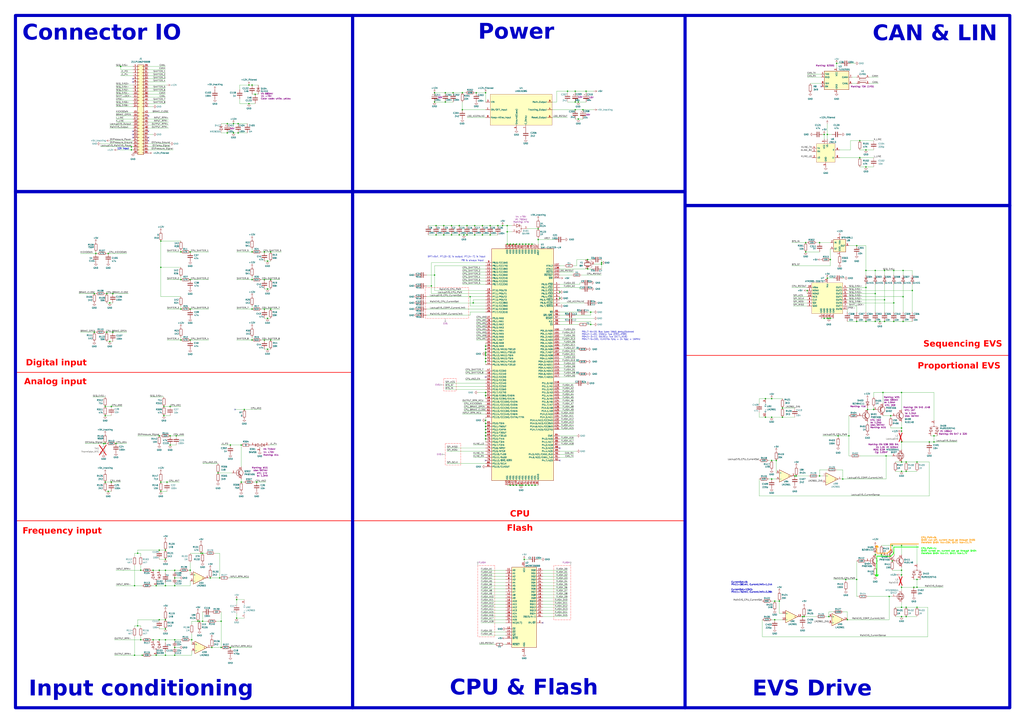
<source format=kicad_sch>
(kicad_sch
	(version 20250114)
	(generator "eeschema")
	(generator_version "9.0")
	(uuid "464acc04-aa90-40f5-8556-c9b7c16d9923")
	(paper "A1")
	(title_block
		(title "AL4 TCU reverse engineering")
		(date "2025-05-02")
		(rev "A1")
	)
	
	(rectangle
		(start 289.56 157.48)
		(end 562.61 581.66)
		(stroke
			(width 2.54)
			(type solid)
		)
		(fill
			(type none)
		)
		(uuid 354f93ba-b90f-48ee-b5c1-27be6372cc5c)
	)
	(rectangle
		(start 562.61 12.7)
		(end 829.31 168.91)
		(stroke
			(width 2.54)
			(type solid)
		)
		(fill
			(type none)
		)
		(uuid 8bf20057-cbc0-4f4a-9d51-2b953e409528)
	)
	(rectangle
		(start 12.7 157.48)
		(end 289.56 581.66)
		(stroke
			(width 2.54)
			(type solid)
		)
		(fill
			(type none)
		)
		(uuid 93baa4a6-84d8-46b3-ba35-35572c0d07cd)
	)
	(rectangle
		(start 289.56 12.7)
		(end 562.61 157.48)
		(stroke
			(width 2.54)
			(type solid)
		)
		(fill
			(type none)
		)
		(uuid a423dc3c-d1ab-48e3-8713-beb15b32bad3)
	)
	(rectangle
		(start 12.7 12.7)
		(end 289.56 157.48)
		(stroke
			(width 2.54)
			(type solid)
		)
		(fill
			(type none)
		)
		(uuid b0cca363-ed25-4890-8b20-ea2f8b6b6cce)
	)
	(rectangle
		(start 562.61 168.91)
		(end 829.31 581.66)
		(stroke
			(width 2.54)
			(type solid)
		)
		(fill
			(type none)
		)
		(uuid cd5a5707-df24-4507-ac0d-d05bd11c4c61)
	)
	(text "12V input"
		(exclude_from_sim no)
		(at 101.092 122.174 0)
		(effects
			(font
				(size 1.27 1.27)
				(thickness 0.254)
				(bold yes)
			)
		)
		(uuid "091ff6fb-007d-4445-b326-5756575b28d1")
	)
	(text "CurrentSet=0: \nPin11=381mV, CurrentLimit=1.14A\n\nCurrentSet=1(5V): \nPin11=762mV, CurrentLimit=2.28A"
		(exclude_from_sim no)
		(at 600.456 482.6 0)
		(effects
			(font
				(size 1.27 1.27)
				(thickness 0.254)
				(bold yes)
			)
			(justify left)
		)
		(uuid "161197e7-4f31-420b-a4ae-0029811352c0")
	)
	(text "DP7=0xF, P7.[0-3] is output, P7.[4-7] is input"
		(exclude_from_sim no)
		(at 374.904 211.074 0)
		(effects
			(font
				(size 1.27 1.27)
			)
		)
		(uuid "1e4c28b8-5453-4473-bea9-5b568b3d78cd")
	)
	(text "CPU & Flash"
		(exclude_from_sim no)
		(at 430.276 568.96 0)
		(effects
			(font
				(face "Noto Mono")
				(size 12.7 12.7)
				(thickness 0.254)
				(bold yes)
			)
		)
		(uuid "27256088-34a7-4998-b894-39793bd241ff")
	)
	(text "Proportional EVS"
		(exclude_from_sim no)
		(at 787.654 302.26 0)
		(effects
			(font
				(face "Noto Mono")
				(size 5.08 5.08)
				(thickness 0.254)
				(bold yes)
				(color 255 0 0 1)
			)
		)
		(uuid "2a1b9101-d52f-41dc-a19e-1fefc29a801f")
	)
	(text "Digital input"
		(exclude_from_sim no)
		(at 46.228 299.72 0)
		(effects
			(font
				(face "Noto Mono")
				(size 5.08 5.08)
				(thickness 0.254)
				(bold yes)
				(color 255 0 0 1)
			)
		)
		(uuid "2b435a79-7722-4bb5-b50b-be36e9e2316f")
	)
	(text "CPU_PWM=1:\nQ404 turned on, current can go through Q404\ntherefore Q404 Vcc~1V, Q411 Vce~1.7V"
		(exclude_from_sim no)
		(at 756.412 452.882 0)
		(effects
			(font
				(size 1.27 1.27)
				(thickness 0.254)
				(bold yes)
				(color 0 255 0 1)
			)
			(justify left)
		)
		(uuid "3b0fe522-f03e-4c95-b48a-d013d1638871")
	)
	(text "P0L.7-6=10, Bus type: 16bit demultiplexed\nP0H.2-1=01, CSSEL: Two (~{CS1}...~{CS0})\nP0H.4-3=11, SALSEL: Two (A17…A16)\nP0H.7-5=101, CLKCFG: f_{CPU} = 2x f_{OSC} = 16MHz"
		(exclude_from_sim no)
		(at 477.774 275.844 0)
		(effects
			(font
				(size 1.27 1.27)
			)
			(justify left)
		)
		(uuid "42f28445-57c0-4e17-8a94-71c515e710a8")
	)
	(text "Input conditioning"
		(exclude_from_sim no)
		(at 115.824 569.722 0)
		(effects
			(font
				(face "Noto Mono")
				(size 12.7 12.7)
				(thickness 0.254)
				(bold yes)
			)
		)
		(uuid "520e9f45-25dc-47e8-91d6-2662364ad9d0")
	)
	(text "Frequency input"
		(exclude_from_sim no)
		(at 51.054 437.896 0)
		(effects
			(font
				(face "Noto Mono")
				(size 5.08 5.08)
				(thickness 0.254)
				(bold yes)
				(color 255 0 0 1)
			)
		)
		(uuid "5deb60f1-4ffd-4de6-8e89-e6b7cebd9339")
	)
	(text "P8 is always input"
		(exclude_from_sim no)
		(at 388.112 214.122 0)
		(effects
			(font
				(size 1.27 1.27)
			)
		)
		(uuid "72739b8b-b622-49ef-b484-39133c49f755")
	)
	(text "EVS Drive"
		(exclude_from_sim no)
		(at 667.004 569.722 0)
		(effects
			(font
				(face "Noto Mono")
				(size 12.7 12.7)
				(thickness 0.254)
				(bold yes)
			)
		)
		(uuid "7407e86c-8599-48b4-9ee7-207b99596485")
	)
	(text "Analog input"
		(exclude_from_sim no)
		(at 45.466 315.214 0)
		(effects
			(font
				(face "Noto Mono")
				(size 5.08 5.08)
				(thickness 0.254)
				(bold yes)
				(color 255 0 0 1)
			)
		)
		(uuid "7ef28110-8651-459e-9293-4bcaab7eae60")
	)
	(text "CAN & LIN"
		(exclude_from_sim no)
		(at 767.842 31.242 0)
		(effects
			(font
				(face "Noto Mono")
				(size 12.7 12.7)
				(thickness 0.254)
				(bold yes)
			)
		)
		(uuid "84bfd9c8-f1df-4091-bf4f-c69c81d279ff")
	)
	(text "Flash"
		(exclude_from_sim no)
		(at 426.974 435.61 0)
		(effects
			(font
				(face "Noto Mono")
				(size 5.08 5.08)
				(thickness 0.254)
				(bold yes)
				(color 255 0 0 1)
			)
		)
		(uuid "9da16755-4145-4ccc-be21-f78836e226a3")
	)
	(text "Connector IO"
		(exclude_from_sim no)
		(at 83.566 30.734 0)
		(effects
			(font
				(face "Noto Mono")
				(size 12.7 12.7)
				(thickness 0.254)
				(bold yes)
			)
		)
		(uuid "a14d29ae-b3b9-4658-8525-665b50380936")
	)
	(text "Power"
		(exclude_from_sim no)
		(at 423.926 29.972 0)
		(effects
			(font
				(face "Noto Mono")
				(size 12.7 12.7)
				(thickness 0.254)
				(bold yes)
			)
		)
		(uuid "bdeaf576-1284-4376-ab8f-842255f61b1d")
	)
	(text "CPU_PWM=0:\nQ404 cut-off, current must go through D405\ntherefore Q404 Vcc=23V, Q411 Vce=11.7V"
		(exclude_from_sim no)
		(at 756.412 443.992 0)
		(effects
			(font
				(size 1.27 1.27)
				(thickness 0.254)
				(bold yes)
				(color 255 153 0 1)
			)
			(justify left)
		)
		(uuid "c0f83de9-84d5-4023-bdd7-5bb755fff2f0")
	)
	(text "CPU"
		(exclude_from_sim no)
		(at 426.974 423.926 0)
		(effects
			(font
				(face "Noto Mono")
				(size 5.08 5.08)
				(thickness 0.254)
				(bold yes)
				(color 255 0 0 1)
			)
		)
		(uuid "d5659a24-6874-400e-b805-dc01e16328ac")
	)
	(text "Sequencing EVS"
		(exclude_from_sim no)
		(at 790.702 284.226 0)
		(effects
			(font
				(face "Noto Mono")
				(size 5.08 5.08)
				(thickness 0.254)
				(bold yes)
				(color 255 0 0 1)
			)
		)
		(uuid "ff1d0c6c-c88b-4554-a425-26493fc2a497")
	)
	(junction
		(at 398.78 355.6)
		(diameter 0)
		(color 0 0 0 0)
		(uuid "00bbb241-d78d-4cfa-a6f0-5082015ed363")
	)
	(junction
		(at 402.59 185.42)
		(diameter 0)
		(color 0 0 0 0)
		(uuid "01d633e3-3e4a-420b-b27c-0f3c1e214f92")
	)
	(junction
		(at 217.17 229.87)
		(diameter 0)
		(color 0 0 0 0)
		(uuid "02700d93-cb1e-46da-a031-9c4d0c863feb")
	)
	(junction
		(at 379.73 90.17)
		(diameter 0)
		(color 0 0 0 0)
		(uuid "05a0ed47-ef04-48e7-b045-baafa2120f93")
	)
	(junction
		(at 726.44 246.38)
		(diameter 0)
		(color 0 0 0 0)
		(uuid "05b7ef9d-432b-49e4-8732-da73cb4e9c34")
	)
	(junction
		(at 398.78 287.02)
		(diameter 0)
		(color 0 0 0 0)
		(uuid "067b2b4e-5c47-4ffd-828c-e259878c6efb")
	)
	(junction
		(at 711.2 236.22)
		(diameter 0)
		(color 0 0 0 0)
		(uuid "06df8bd7-32b9-4220-8c77-229be3c5368b")
	)
	(junction
		(at 200.66 336.55)
		(diameter 0)
		(color 0 0 0 0)
		(uuid "072fafeb-904e-49e0-904b-85f55b04d4ad")
	)
	(junction
		(at 356.87 226.06)
		(diameter 0)
		(color 0 0 0 0)
		(uuid "0735191a-9f7b-4420-a7aa-c76fd8748958")
	)
	(junction
		(at 87.63 241.3)
		(diameter 0)
		(color 0 0 0 0)
		(uuid "079ff082-1656-4913-a39a-ce989b579eae")
	)
	(junction
		(at 166.37 510.54)
		(diameter 0)
		(color 0 0 0 0)
		(uuid "0866953b-0f63-4be2-b449-f69447aadfa8")
	)
	(junction
		(at 421.64 398.78)
		(diameter 0)
		(color 0 0 0 0)
		(uuid "0a180b4e-5cf9-41ba-8c2e-51b535947500")
	)
	(junction
		(at 711.2 264.16)
		(diameter 0)
		(color 0 0 0 0)
		(uuid "0b905a61-9a61-43e3-9f9d-8b067fd61ea9")
	)
	(junction
		(at 481.33 74.93)
		(diameter 0)
		(color 0 0 0 0)
		(uuid "0c765014-e8f9-47da-af51-4200fc578b1f")
	)
	(junction
		(at 130.81 509.27)
		(diameter 0)
		(color 0 0 0 0)
		(uuid "0da59af2-a3c0-4855-affc-214bd27e22e0")
	)
	(junction
		(at 633.73 378.46)
		(diameter 0)
		(color 0 0 0 0)
		(uuid "0e7cd985-9a24-46ac-8520-40fcf410b213")
	)
	(junction
		(at 661.67 207.01)
		(diameter 0)
		(color 0 0 0 0)
		(uuid "0e82ba13-b2c5-42cb-8b4b-65c3a18cdeb4")
	)
	(junction
		(at 734.06 248.92)
		(diameter 0)
		(color 0 0 0 0)
		(uuid "0f957bed-7a13-44a1-86d3-353475f59862")
	)
	(junction
		(at 132.08 396.24)
		(diameter 0)
		(color 0 0 0 0)
		(uuid "0fe25e49-0f45-48d2-bde2-d86fb96d7688")
	)
	(junction
		(at 740.41 387.35)
		(diameter 0)
		(color 0 0 0 0)
		(uuid "11903793-fcd4-401a-874a-f66b204aedd1")
	)
	(junction
		(at 740.41 499.11)
		(diameter 0)
		(color 0 0 0 0)
		(uuid "1207b1cc-1468-4297-a553-7d6cb948eb7d")
	)
	(junction
		(at 740.41 363.22)
		(diameter 0)
		(color 0 0 0 0)
		(uuid "129bedd3-ac40-4db8-a00b-457452fef629")
	)
	(junction
		(at 210.82 396.24)
		(diameter 0)
		(color 0 0 0 0)
		(uuid "12d7f721-106b-4949-904e-af9ac4bf2707")
	)
	(junction
		(at 92.71 241.3)
		(diameter 0)
		(color 0 0 0 0)
		(uuid "13174f24-381e-49ee-b391-4777f9116910")
	)
	(junction
		(at 78.74 208.28)
		(diameter 0)
		(color 0 0 0 0)
		(uuid "135eee67-7e23-44ab-a85c-18d7b7832ca2")
	)
	(junction
		(at 744.22 379.73)
		(diameter 0)
		(color 0 0 0 0)
		(uuid "149122b5-6dcc-42e3-a6a4-1b496d5564e5")
	)
	(junction
		(at 712.47 336.55)
		(diameter 0)
		(color 0 0 0 0)
		(uuid "1534aa79-dcff-4d9d-86de-e9036fb128ab")
	)
	(junction
		(at 398.78 350.52)
		(diameter 0)
		(color 0 0 0 0)
		(uuid "16eddb55-981d-42d4-ba00-01505281c53d")
	)
	(junction
		(at 156.21 279.4)
		(diameter 0)
		(color 0 0 0 0)
		(uuid "1786bcb2-79f7-4cc4-9f8d-87596c0a5b09")
	)
	(junction
		(at 661.67 199.39)
		(diameter 0)
		(color 0 0 0 0)
		(uuid "17c98930-bbdc-40c7-8113-9f67de16c9fb")
	)
	(junction
		(at 398.78 345.44)
		(diameter 0)
		(color 0 0 0 0)
		(uuid "1c00e1a9-b94c-47d0-a3ff-1bc04c080077")
	)
	(junction
		(at 137.16 396.24)
		(diameter 0)
		(color 0 0 0 0)
		(uuid "1d561a76-0914-478f-826b-0f88643f593b")
	)
	(junction
		(at 680.72 261.62)
		(diameter 0)
		(color 0 0 0 0)
		(uuid "1d728f16-31bd-41f4-9f72-d86802873835")
	)
	(junction
		(at 687.07 52.07)
		(diameter 0)
		(color 0 0 0 0)
		(uuid "1e2fee4b-5ac4-4db5-96b6-00f57089012c")
	)
	(junction
		(at 91.44 396.24)
		(diameter 0)
		(color 0 0 0 0)
		(uuid "20ec36dc-098c-4cc9-8429-8b0e005720fe")
	)
	(junction
		(at 92.71 273.05)
		(diameter 0)
		(color 0 0 0 0)
		(uuid "210d5973-54f3-4659-b0d0-8f2d3816b611")
	)
	(junction
		(at 396.24 193.04)
		(diameter 0)
		(color 0 0 0 0)
		(uuid "2265e772-41f5-4214-bc83-4ad1f2ee6c07")
	)
	(junction
		(at 358.14 193.04)
		(diameter 0)
		(color 0 0 0 0)
		(uuid "22e11064-408d-475b-8020-9ac05018b1b8")
	)
	(junction
		(at 143.51 474.98)
		(diameter 0)
		(color 0 0 0 0)
		(uuid "245452f7-82f5-4416-8fa2-51ab5706dbe3")
	)
	(junction
		(at 358.14 185.42)
		(diameter 0)
		(color 0 0 0 0)
		(uuid "256c2738-7373-46d4-86de-d0fd22d8df6b")
	)
	(junction
		(at 676.91 261.62)
		(diameter 0)
		(color 0 0 0 0)
		(uuid "27b18d9e-1fe5-4938-a41f-0f17f3c4e007")
	)
	(junction
		(at 740.41 506.73)
		(diameter 0)
		(color 0 0 0 0)
		(uuid "2a1b90df-b894-4a5f-8064-762522b4787a")
	)
	(junction
		(at 189.23 365.76)
		(diameter 0)
		(color 0 0 0 0)
		(uuid "2a1d464a-b106-4ceb-93f3-7c659a9f8474")
	)
	(junction
		(at 741.68 243.84)
		(diameter 0)
		(color 0 0 0 0)
		(uuid "2a357c6e-d2e3-4718-9f18-1ef53c21bdc2")
	)
	(junction
		(at 191.77 101.6)
		(diameter 0)
		(color 0 0 0 0)
		(uuid "2a92d63e-101d-4c40-8a82-b09d92a1746c")
	)
	(junction
		(at 740.41 472.44)
		(diameter 0)
		(color 0 0 0 0)
		(uuid "2c56e63a-b5b1-4cb4-8bc3-5c07a67d70c1")
	)
	(junction
		(at 88.9 208.28)
		(diameter 0)
		(color 0 0 0 0)
		(uuid "2ca1dbe3-4d47-475d-af30-5dd0986d4b58")
	)
	(junction
		(at 697.23 358.14)
		(diameter 0)
		(color 0 0 0 0)
		(uuid "2ca6b632-183c-4b72-bc94-b888ef688239")
	)
	(junction
		(at 135.89 459.74)
		(diameter 0)
		(color 0 0 0 0)
		(uuid "2d27ae75-0812-49b4-b7e1-dcfbb3bb2705")
	)
	(junction
		(at 144.78 358.14)
		(diameter 0)
		(color 0 0 0 0)
		(uuid "2ee4f137-4535-450a-8f37-d40348db0b71")
	)
	(junction
		(at 441.96 187.96)
		(diameter 0)
		(color 0 0 0 0)
		(uuid "2eec0a2c-3e29-4817-a9c9-323254dfbea4")
	)
	(junction
		(at 90.17 248.92)
		(diameter 0)
		(color 0 0 0 0)
		(uuid "2fc23d8e-c8bd-438a-a4d9-91d04a331c72")
	)
	(junction
		(at 370.84 193.04)
		(diameter 0)
		(color 0 0 0 0)
		(uuid "30612440-3415-4b98-a6c8-d8f32d6fe172")
	)
	(junction
		(at 408.94 185.42)
		(diameter 0)
		(color 0 0 0 0)
		(uuid "322ccaeb-2ddf-405e-95b2-39d59eef3bee")
	)
	(junction
		(at 135.89 509.27)
		(diameter 0)
		(color 0 0 0 0)
		(uuid "32d13e31-8d71-450e-b928-85a526f238d5")
	)
	(junction
		(at 430.53 459.74)
		(diameter 0)
		(color 0 0 0 0)
		(uuid "33401d88-bfa9-403a-b2ac-35f298b11995")
	)
	(junction
		(at 734.06 222.25)
		(diameter 0)
		(color 0 0 0 0)
		(uuid "3364fa7b-8bf0-447a-a2ae-78479d8efb51")
	)
	(junction
		(at 156.21 254)
		(diameter 0)
		(color 0 0 0 0)
		(uuid "3373e0e5-6884-4414-a292-b4d0f30460f5")
	)
	(junction
		(at 725.17 322.58)
		(diameter 0)
		(color 0 0 0 0)
		(uuid "3398640c-fe4f-4f27-823a-e67b8ca368d7")
	)
	(junction
		(at 217.17 254)
		(diameter 0)
		(color 0 0 0 0)
		(uuid "350e70ee-01b5-47eb-a84a-ee2b7ec87a11")
	)
	(junction
		(at 396.24 185.42)
		(diameter 0)
		(color 0 0 0 0)
		(uuid "35252c0a-2b13-4729-a390-01c302e91518")
	)
	(junction
		(at 379.73 76.2)
		(diameter 0)
		(color 0 0 0 0)
		(uuid "3526b4b7-1913-498d-9b54-8696850b81b2")
	)
	(junction
		(at 189.23 532.13)
		(diameter 0)
		(color 0 0 0 0)
		(uuid "359efd1b-4977-4c48-bad8-c156c2519ea0")
	)
	(junction
		(at 88.9 403.86)
		(diameter 0)
		(color 0 0 0 0)
		(uuid "35e560b5-5257-4e82-a6d9-a41b5dfa4cef")
	)
	(junction
		(at 416.56 200.66)
		(diameter 0)
		(color 0 0 0 0)
		(uuid "36d362d8-527c-45c9-9cfc-f322151d6c0e")
	)
	(junction
		(at 143.51 538.48)
		(diameter 0)
		(color 0 0 0 0)
		(uuid "37d12359-02d1-4ba0-816b-3407a81d9bf4")
	)
	(junction
		(at 107.95 120.65)
		(diameter 0)
		(color 0 0 0 0)
		(uuid "3807d165-f5c2-426c-8ea0-cd97e382b6fb")
	)
	(junction
		(at 680.72 506.73)
		(diameter 0)
		(color 0 0 0 0)
		(uuid "38472803-0fc9-4755-9748-1c1980015dac")
	)
	(junction
		(at 219.71 214.63)
		(diameter 0)
		(color 0 0 0 0)
		(uuid "38f593bf-2c8e-4e4b-a893-7d871c7dbab4")
	)
	(junction
		(at 426.72 200.66)
		(diameter 0)
		(color 0 0 0 0)
		(uuid "3a930db8-0b6b-43c1-a52b-d9784eb92ac0")
	)
	(junction
		(at 377.19 193.04)
		(diameter 0)
		(color 0 0 0 0)
		(uuid "3b0426b2-3fcf-43d1-91b3-fe9eea1eedec")
	)
	(junction
		(at 365.76 83.82)
		(diameter 0)
		(color 0 0 0 0)
		(uuid "3b77e891-3251-47b8-bdf7-71db5599428c")
	)
	(junction
		(at 166.37 454.66)
		(diameter 0)
		(color 0 0 0 0)
		(uuid "3c926743-a2eb-4571-b55b-bcb1d0b7605a")
	)
	(junction
		(at 186.69 109.22)
		(diameter 0)
		(color 0 0 0 0)
		(uuid "3cbe449a-6cb5-434e-ba7b-e1618cf97c45")
	)
	(junction
		(at 431.8 200.66)
		(diameter 0)
		(color 0 0 0 0)
		(uuid "3cfc5bde-9c24-41db-8741-dc314cf7e2df")
	)
	(junction
		(at 207.01 254)
		(diameter 0)
		(color 0 0 0 0)
		(uuid "3e81bacb-7763-4a22-a6b3-056fd6237b71")
	)
	(junction
		(at 356.87 83.82)
		(diameter 0)
		(color 0 0 0 0)
		(uuid "40460e49-9d15-4e3a-a187-8deee9d14837")
	)
	(junction
		(at 662.94 238.76)
		(diameter 0)
		(color 0 0 0 0)
		(uuid "414805bb-65aa-4924-b5a3-9e6683c3abba")
	)
	(junction
		(at 132.08 403.86)
		(diameter 0)
		(color 0 0 0 0)
		(uuid "43e4996a-eff8-43c3-ba23-a68d3b5357c1")
	)
	(junction
		(at 427.99 398.78)
		(diameter 0)
		(color 0 0 0 0)
		(uuid "449ea156-1a5c-408b-901a-fa3b5f438de9")
	)
	(junction
		(at 386.08 243.84)
		(diameter 0)
		(color 0 0 0 0)
		(uuid "44a58fe4-c994-47f7-bf4d-3b923f02ca9d")
	)
	(junction
		(at 419.1 200.66)
		(diameter 0)
		(color 0 0 0 0)
		(uuid "45bce6a9-7bfd-4d62-8454-d82e2e7dcfed")
	)
	(junction
		(at 383.54 193.04)
		(diameter 0)
		(color 0 0 0 0)
		(uuid "4604361e-0dc7-490d-8baf-b124e2e51d34")
	)
	(junction
		(at 398.78 284.48)
		(diameter 0)
		(color 0 0 0 0)
		(uuid "4643ea10-a5fe-4b98-8fc1-5fea0a1873e4")
	)
	(junction
		(at 209.55 77.47)
		(diameter 0)
		(color 0 0 0 0)
		(uuid "47edcfff-64d0-4ad5-9623-754ec74e2c76")
	)
	(junction
		(at 740.41 482.6)
		(diameter 0)
		(color 0 0 0 0)
		(uuid "493dbaf0-40aa-4bae-a70a-5a86f1cbdc83")
	)
	(junction
		(at 732.79 448.31)
		(diameter 0)
		(color 0 0 0 0)
		(uuid "497b6254-5628-4865-933e-187ecdb0efd7")
	)
	(junction
		(at 711.2 222.25)
		(diameter 0)
		(color 0 0 0 0)
		(uuid "4c9425cf-3224-42fc-8bdc-8afa48192429")
	)
	(junction
		(at 77.47 273.05)
		(diameter 0)
		(color 0 0 0 0)
		(uuid "4db46855-98d8-4e8d-b303-9e657d7f3bc1")
	)
	(junction
		(at 753.11 379.73)
		(diameter 0)
		(color 0 0 0 0)
		(uuid "4e5b8b23-f003-4817-a5c4-30915b61526d")
	)
	(junction
		(at 148.59 254)
		(diameter 0)
		(color 0 0 0 0)
		(uuid "4efc783f-4f1b-4c9e-903b-050aacac3369")
	)
	(junction
		(at 717.55 336.55)
		(diameter 0)
		(color 0 0 0 0)
		(uuid "50f458dc-577f-4aa7-965d-317985c6362b")
	)
	(junction
		(at 195.58 101.6)
		(diameter 0)
		(color 0 0 0 0)
		(uuid "54880171-a965-4f56-88c9-348878023099")
	)
	(junction
		(at 703.58 201.93)
		(diameter 0)
		(color 0 0 0 0)
		(uuid "5517088b-bb00-49f6-9a85-bb9fb026c575")
	)
	(junction
		(at 365.76 76.2)
		(diameter 0)
		(color 0 0 0 0)
		(uuid "55fccee0-68dd-419d-9c83-409f06ec5285")
	)
	(junction
		(at 640.08 494.03)
		(diameter 0)
		(color 0 0 0 0)
		(uuid "57150db5-550c-4fa7-aa45-4cf1df4db2c6")
	)
	(junction
		(at 429.26 200.66)
		(diameter 0)
		(color 0 0 0 0)
		(uuid "57632608-df5c-454b-bd66-dbe1be060a05")
	)
	(junction
		(at 132.08 219.71)
		(diameter 0)
		(color 0 0 0 0)
		(uuid "57a2d73b-3884-4453-85f2-363ab98b7d37")
	)
	(junction
		(at 412.75 185.42)
		(diameter 0)
		(color 0 0 0 0)
		(uuid "57f20913-c361-47c6-8616-f93975957e7c")
	)
	(junction
		(at 207.01 279.4)
		(diameter 0)
		(color 0 0 0 0)
		(uuid "584579eb-9cef-4b4d-81fd-49043fbc7601")
	)
	(junction
		(at 356.87 76.2)
		(diameter 0)
		(color 0 0 0 0)
		(uuid "5862d4cd-c174-4759-955e-dfd302c8e92f")
	)
	(junction
		(at 419.1 398.78)
		(diameter 0)
		(color 0 0 0 0)
		(uuid "58b4fd24-9813-4162-ab5a-ee98106b8ad3")
	)
	(junction
		(at 628.65 342.9)
		(diameter 0)
		(color 0 0 0 0)
		(uuid "5a6a8ba1-6a17-45a4-9edc-402bd5435acd")
	)
	(junction
		(at 459.74 245.11)
		(diameter 0)
		(color 0 0 0 0)
		(uuid "5b247a27-434b-4a2c-aa51-e7a7b5652779")
	)
	(junction
		(at 87.63 273.05)
		(diameter 0)
		(color 0 0 0 0)
		(uuid "5b5bd131-4f0c-4e49-ab3c-3f709594398d")
	)
	(junction
		(at 172.72 474.98)
		(diameter 0)
		(color 0 0 0 0)
		(uuid "5b7f836f-ffee-4ca0-b5f9-8355db81be19")
	)
	(junction
		(at 416.56 185.42)
		(diameter 0)
		(color 0 0 0 0)
		(uuid "5d995492-4c84-4a76-9942-40d1345af7eb")
	)
	(junction
		(at 130.81 452.12)
		(diameter 0)
		(color 0 0 0 0)
		(uuid "5e863b19-6b25-4886-8bbd-afd8b6d4ccb1")
	)
	(junction
		(at 128.27 481.33)
		(diameter 0)
		(color 0 0 0 0)
		(uuid "5ff8272f-aa54-4246-80da-3d23abfb832d")
	)
	(junction
		(at 763.27 363.22)
		(diameter 0)
		(color 0 0 0 0)
		(uuid "604790e5-f8f1-4640-abbe-c260d1021220")
	)
	(junction
		(at 741.68 264.16)
		(diameter 0)
		(color 0 0 0 0)
		(uuid "628fbb84-d094-4d78-bb93-7e871ae10a29")
	)
	(junction
		(at 740.41 354.33)
		(diameter 0)
		(color 0 0 0 0)
		(uuid "636ade3a-9a98-4871-ab2a-84bfcaf5eff1")
	)
	(junction
		(at 633.73 342.9)
		(diameter 0)
		(color 0 0 0 0)
		(uuid "651512ae-dd7e-4a4f-a5d1-915023176225")
	)
	(junction
		(at 207.01 207.01)
		(diameter 0)
		(color 0 0 0 0)
		(uuid "66848a62-3beb-489a-8c83-51bd57a219b8")
	)
	(junction
		(at 143.51 525.78)
		(diameter 0)
		(color 0 0 0 0)
		(uuid "66da58bb-5745-44a2-bfbf-571a1ce34a0c")
	)
	(junction
		(at 115.57 525.78)
		(diameter 0)
		(color 0 0 0 0)
		(uuid "679227ae-9c06-4556-9a38-65da9aa9ce15")
	)
	(junction
		(at 391.16 76.2)
		(diameter 0)
		(color 0 0 0 0)
		(uuid "67ceea90-545f-49e6-acab-13e2ab4c7749")
	)
	(junction
		(at 398.78 294.64)
		(diameter 0)
		(color 0 0 0 0)
		(uuid "68d17f9b-b3ce-4bd5-a87a-a1449cf0de9f")
	)
	(junction
		(at 398.78 353.06)
		(diameter 0)
		(color 0 0 0 0)
		(uuid "6a8edace-163e-4125-b70d-6bd4ea5d1270")
	)
	(junction
		(at 128.27 538.48)
		(diameter 0)
		(color 0 0 0 0)
		(uuid "6b8e6703-1fa5-4132-888f-255c8df47750")
	)
	(junction
		(at 130.81 525.78)
		(diameter 0)
		(color 0 0 0 0)
		(uuid "6c637800-e57f-47b3-8b69-6bd7cc22552a")
	)
	(junction
		(at 637.54 378.46)
		(diameter 0)
		(color 0 0 0 0)
		(uuid "6dc58ff0-4ab0-4d5c-b46a-41caaa1d132d")
	)
	(junction
		(at 207.01 69.85)
		(diameter 0)
		(color 0 0 0 0)
		(uuid "6e61e131-b54f-4b1f-a26f-6ae1d43cce71")
	)
	(junction
		(at 165.1 454.66)
		(diameter 0)
		(color 0 0 0 0)
		(uuid "6f2344d6-2b00-410d-a0f4-9459d50437dd")
	)
	(junction
		(at 157.48 525.78)
		(diameter 0)
	
... [699307 chars truncated]
</source>
